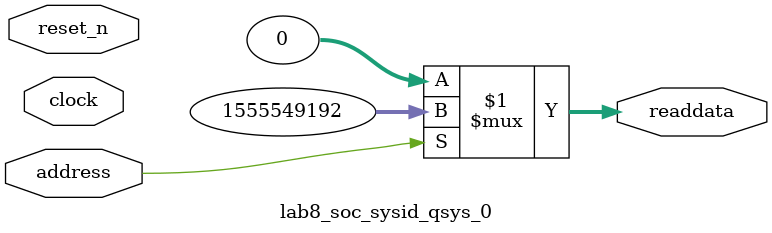
<source format=v>



// synthesis translate_off
`timescale 1ns / 1ps
// synthesis translate_on

// turn off superfluous verilog processor warnings 
// altera message_level Level1 
// altera message_off 10034 10035 10036 10037 10230 10240 10030 

module lab8_soc_sysid_qsys_0 (
               // inputs:
                address,
                clock,
                reset_n,

               // outputs:
                readdata
             )
;

  output  [ 31: 0] readdata;
  input            address;
  input            clock;
  input            reset_n;

  wire    [ 31: 0] readdata;
  //control_slave, which is an e_avalon_slave
  assign readdata = address ? 1555549192 : 0;

endmodule



</source>
